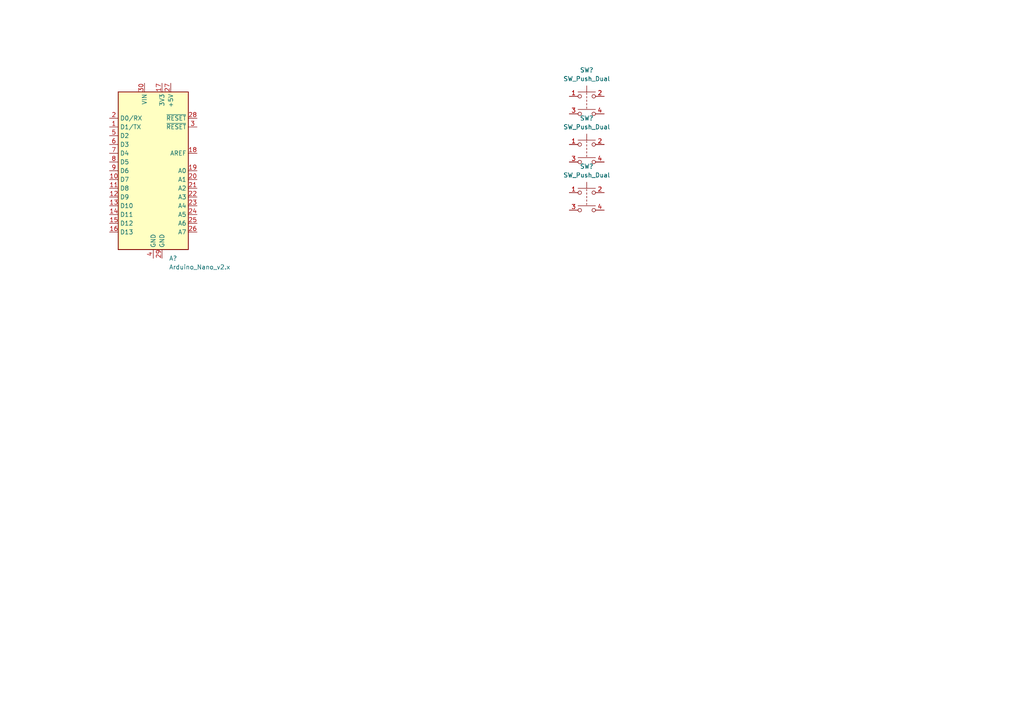
<source format=kicad_sch>
(kicad_sch (version 20211123) (generator eeschema)
  (paper "A4")
  (lib_symbols
    (symbol "MCU_Module:Arduino_Nano_v2.x"
      (property "Reference" "A" (at -10.16 23.495 0))
      (property "Value" "Arduino_Nano_v2.x" (at 5.08 -24.13 0))
      (symbol "Arduino_Nano_v2.x_0_1"
        (rectangle (start -10.16 22.86) (end 10.16 -22.86) (stroke (width 0.254)) (fill (type background)))
      )
      (symbol "Arduino_Nano_v2.x_1_1"
        (pin bidirectional line (at -12.7 12.7 0) (length 2.54) (name "D1/TX") (number "1"))
        (pin bidirectional line (at -12.7 -2.54 0) (length 2.54) (name "D7") (number "10"))
        (pin bidirectional line (at -12.7 -5.08 0) (length 2.54) (name "D8") (number "11"))
        (pin bidirectional line (at -12.7 -7.62 0) (length 2.54) (name "D9") (number "12"))
        (pin bidirectional line (at -12.7 -10.16 0) (length 2.54) (name "D10") (number "13"))
        (pin bidirectional line (at -12.7 -12.7 0) (length 2.54) (name "D11") (number "14"))
        (pin bidirectional line (at -12.7 -15.24 0) (length 2.54) (name "D12") (number "15"))
        (pin bidirectional line (at -12.7 -17.78 0) (length 2.54) (name "D13") (number "16"))
        (pin power_out line (at 2.54 25.4 270) (length 2.54) (name "3V3") (number "17"))
        (pin input line (at 12.7 5.08 180) (length 2.54) (name "AREF") (number "18"))
        (pin bidirectional line (at 12.7 0 180) (length 2.54) (name "A0") (number "19"))
        (pin bidirectional line (at -12.7 15.24 0) (length 2.54) (name "D0/RX") (number "2"))
        (pin bidirectional line (at 12.7 -2.54 180) (length 2.54) (name "A1") (number "20"))
        (pin bidirectional line (at 12.7 -5.08 180) (length 2.54) (name "A2") (number "21"))
        (pin bidirectional line (at 12.7 -7.62 180) (length 2.54) (name "A3") (number "22"))
        (pin bidirectional line (at 12.7 -10.16 180) (length 2.54) (name "A4") (number "23"))
        (pin bidirectional line (at 12.7 -12.7 180) (length 2.54) (name "A5") (number "24"))
        (pin bidirectional line (at 12.7 -15.24 180) (length 2.54) (name "A6") (number "25"))
        (pin bidirectional line (at 12.7 -17.78 180) (length 2.54) (name "A7") (number "26"))
        (pin power_out line (at 5.08 25.4 270) (length 2.54) (name "+5V") (number "27"))
        (pin input line (at 12.7 15.24 180) (length 2.54) (name "~{RESET}") (number "28"))
        (pin power_in line (at 2.54 -25.4 90) (length 2.54) (name "GND") (number "29"))
        (pin input line (at 12.7 12.7 180) (length 2.54) (name "~{RESET}") (number "3"))
        (pin power_in line (at -2.54 25.4 270) (length 2.54) (name "VIN") (number "30"))
        (pin power_in line (at 0 -25.4 90) (length 2.54) (name "GND") (number "4"))
        (pin bidirectional line (at -12.7 10.16 0) (length 2.54) (name "D2") (number "5"))
        (pin bidirectional line (at -12.7 7.62 0) (length 2.54) (name "D3") (number "6"))
        (pin bidirectional line (at -12.7 5.08 0) (length 2.54) (name "D4") (number "7"))
        (pin bidirectional line (at -12.7 2.54 0) (length 2.54) (name "D5") (number "8"))
        (pin bidirectional line (at -12.7 0 0) (length 2.54) (name "D6") (number "9"))
      )
    )
    (symbol "Switch:SW_Push_Dual" (pin_names (offset 1.016) hide)
      (property "Reference" "SW" (at 1.27 2.54 0))
      (property "Value" "SW_Push_Dual" (at 0 -6.858 0))
      (symbol "SW_Push_Dual_0_1"
        (circle (center -2.032 -5.08) (radius 0.508))
        (circle (center -2.032 0) (radius 0.508))
        (polyline (pts (xy 0 -3.048) (xy 0 -3.556)))
        (polyline (pts (xy 0 -2.032) (xy 0 -2.54)))
        (polyline (pts (xy 0 -1.524) (xy 0 -1.016)))
        (polyline (pts (xy 0 -0.508) (xy 0 0)))
        (polyline (pts (xy 0 0.508) (xy 0 1.016)))
        (polyline (pts (xy 0 1.27) (xy 0 3.048)))
        (polyline (pts (xy 2.54 -3.81) (xy -2.54 -3.81)))
        (polyline (pts (xy 2.54 1.27) (xy -2.54 1.27)))
        (circle (center 2.032 -5.08) (radius 0.508))
        (circle (center 2.032 0) (radius 0.508))
        (pin passive line (at -5.08 0 0) (length 2.54) (name "1") (number "1"))
        (pin passive line (at 5.08 0 180) (length 2.54) (name "2") (number "2"))
        (pin passive line (at -5.08 -5.08 0) (length 2.54) (name "3") (number "3"))
        (pin passive line (at 5.08 -5.08 180) (length 2.54) (name "4") (number "4"))
      )
    )
  )
  (symbol (lib_id "Switch:SW_Push_Dual") (at 170.18 55.88 0) (unit 1)
    (property "Reference" "SW?" (at 170.18 48.26 0))
    (property "Value" "SW_Push_Dual" (at 170.18 50.8 0))
  )
  (symbol (lib_id "MCU_Module:Arduino_Nano_v2.x") (at 44.45 49.53 0) (unit 1)
    (property "Reference" "A?" (at 49.0094 74.93 0) (effects (justify left)))
    (property "Value" "Arduino_Nano_v2.x" (at 49.0094 77.47 0) (effects (justify left)))
    (property "Footprint" "Module:Arduino_Nano" (effects hide))
    (property "Datasheet" "https://www.arduino.cc/en/uploads/Main/ArduinoNanoManual23.pdf" (effects hide))
  )
  (symbol (lib_id "Switch:SW_Push_Dual") (at 170.18 27.94 0) (unit 1)
    (property "Reference" "SW?" (at 170.18 20.32 0))
    (property "Value" "SW_Push_Dual" (at 170.18 22.86 0))
  )
  (symbol (lib_id "Switch:SW_Push_Dual") (at 170.18 41.91 0) (unit 1)
    (property "Reference" "SW?" (at 170.18 34.29 0))
    (property "Value" "SW_Push_Dual" (at 170.18 36.83 0))
  )
)
</source>
